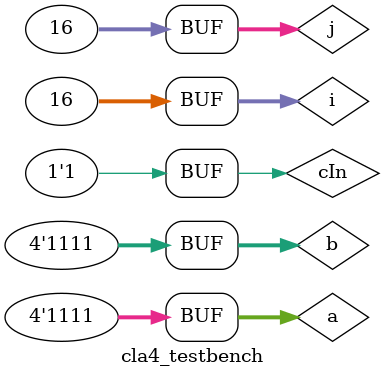
<source format=sv>
`timescale 1ns/10ps

module cla4 (
   output logic [3:0] s,
   output logic       cOut,
   output logic       pg,
   output logic       gg,
   input  logic [3:0] a,
   input  logic [3:0] b,
   input  logic       cIn
);

   logic [3:0] p, g, c;
   assign c[0] = cIn;

   genvar i;
   generate
      for (i = 0; i < 4; i++) begin : adders
         spg adder (.s(s[i]), .p(p[i]), .g(g[i]), .a(a[i]), .b(b[i]), .c(c[i]));
      end
   endgenerate

   lcu u (.pg, .gg, .cOut, .c(c[3:1]), .p, .g, .cIn);
endmodule

module cla4_testbench ();
   logic [3:0] s;
   logic       cOut, pg, gg;
   logic [3:0] a, b;
   logic       cIn;

   cla4 dut (.s, .cOut, .pg, .gg, .a, .b, .cIn);

   integer i, j;
   initial begin
      cIn = 1'b0;
      for (i = 0; i < 16; i++) begin
         for (j = 0; j < 16; j++) begin
            a = i; b = j; #10;
         end
      end

      cIn = 1'b1;
      for (i = 0; i < 16; i++) begin
         for (j = 0; j < 16; j++) begin
            a = i; b = j; #10;
         end
      end
   end
endmodule

</source>
